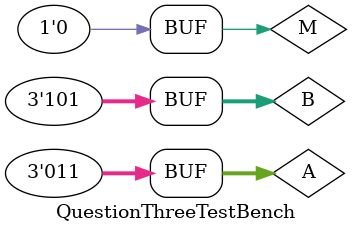
<source format=v>
`timescale 1ns / 1ps


module QuestionThreeTestBench(

    );
    reg [2:0]A;
    reg [2:0]B;
    reg M;
    wire [2:0]D;
    wire c;
    //In the parenthesis is from the current file
    //Next to the period is from the referenced file
    QuestionThree dut(.A(A),.B(B),.M(M),.D(D),.Carry(c));
    initial begin
    A[0]=1;
    B[0]=1;
    A[1]=1;
    B[1]=0;
    A[2]=0;
    B[2]=1;
    M=0;
    #10;
    end
endmodule

</source>
